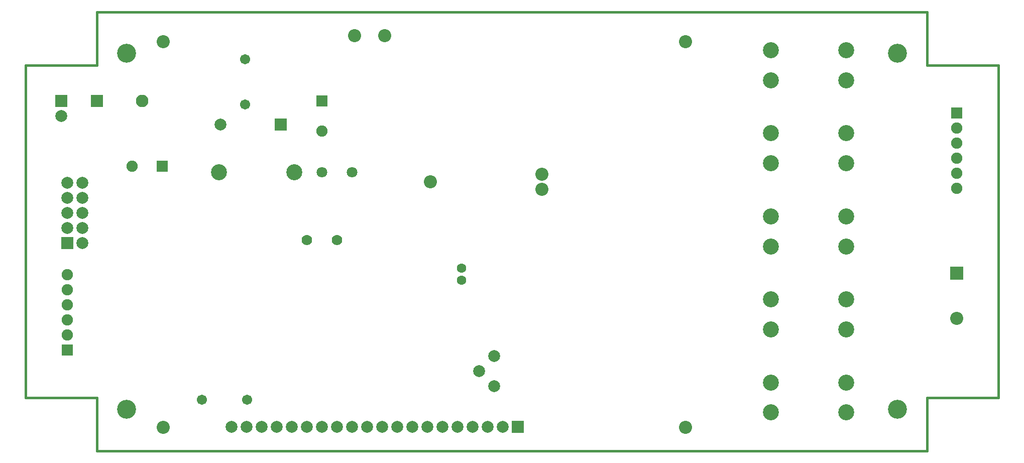
<source format=gts>
%FSTAX23Y23*%
%MOIN*%
%SFA1B1*%

%IPPOS*%
%ADD48C,0.016535*%
%ADD49C,0.086732*%
%ADD50C,0.106417*%
%ADD51C,0.078858*%
%ADD52R,0.078858X0.078858*%
%ADD53C,0.126102*%
%ADD54R,0.074921X0.074921*%
%ADD55C,0.074921*%
%ADD56C,0.070984*%
%ADD57R,0.082795X0.082795*%
%ADD58C,0.082795*%
%ADD59R,0.074921X0.074921*%
%ADD60R,0.078858X0.078858*%
%ADD61R,0.086732X0.086732*%
%ADD62C,0.067047*%
%ADD63C,0.063110*%
%ADD64C,0.070000*%
%LNkradac270315-1*%
%LPD*%
G54D48*
X-00196Y02283D02*
Y02637D01*
X-00669Y02283D02*
X-00196D01*
X-00669Y00078D02*
Y02283D01*
Y00078D02*
X-00196D01*
Y-00275D02*
Y00078D01*
Y-00275D02*
X05314D01*
Y00078*
X05787*
Y02283*
X05314D02*
X05787D01*
X05314D02*
Y02637D01*
X-00196D02*
X05314D01*
G54D49*
X00245Y-00119D03*
X0371D03*
X00245Y02439D03*
X0371D03*
X02759Y01461D03*
Y01561D03*
X02019Y01511D03*
X05511Y00605D03*
X01714Y0248D03*
X01514D03*
G54D50*
X04277Y01632D03*
X04777D03*
X04277Y01081D03*
X04777D03*
X04277Y00529D03*
X04777D03*
X04277Y-00021D03*
X04777D03*
X04277Y01832D03*
X04777D03*
X04277Y01281D03*
X04777D03*
X04277Y00729D03*
X04777D03*
X04277Y00178D03*
X04777D03*
X01114Y01574D03*
X00614D03*
X04777Y02383D03*
X04277D03*
X04777Y02183D03*
X04277D03*
G54D51*
X01198Y-00118D03*
X01098D03*
X01998D03*
X01898D03*
X01798D03*
X01698D03*
X01598D03*
X01498D03*
X01398D03*
X01298D03*
X02298D03*
X02098D03*
X00698D03*
X00798D03*
X00998D03*
X02198D03*
X02498D03*
X00898D03*
X02398D03*
X0244Y00354D03*
X0234Y00254D03*
X0244Y00154D03*
X00623Y01889D03*
X-00433Y01947D03*
X-00293Y01302D03*
X-00393D03*
X-00293Y01102D03*
Y01402D03*
X-00393D03*
X-00293Y01202D03*
X-00393D03*
Y01502D03*
X-00293D03*
G54D52*
X02598Y-00118D03*
X01023Y01889D03*
G54D53*
X0Y0D03*
Y02362D03*
X05118D03*
Y0D03*
G54D54*
X00236Y01614D03*
G54D55*
X00036Y01614D03*
X05511Y01868D03*
Y01768D03*
Y01668D03*
Y01568D03*
Y01468D03*
X-00393Y00593D03*
Y00793D03*
Y00693D03*
Y00493D03*
Y00893D03*
X01299Y01847D03*
G54D56*
X01299Y01574D03*
X01499D03*
G54D57*
X-00196Y02047D03*
G54D58*
X00103Y02047D03*
G54D59*
X05511Y01968D03*
X-00393Y00393D03*
X01299Y02047D03*
G54D60*
X-00433Y02047D03*
X-00393Y01102D03*
G54D61*
X05511Y00905D03*
G54D62*
X00787Y02322D03*
Y02022D03*
X005Y00062D03*
X008D03*
G54D63*
X02224Y00858D03*
Y00937D03*
G54D64*
X01396Y01125D03*
X01196D03*
M02*
</source>
